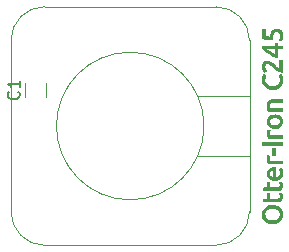
<source format=gto>
G04 #@! TF.GenerationSoftware,KiCad,Pcbnew,5.1.4+dfsg1-1*
G04 #@! TF.CreationDate,2020-04-13T00:01:02+02:00*
G04 #@! TF.ProjectId,C245_conn,43323435-5f63-46f6-9e6e-2e6b69636164,rev?*
G04 #@! TF.SameCoordinates,Original*
G04 #@! TF.FileFunction,Legend,Top*
G04 #@! TF.FilePolarity,Positive*
%FSLAX46Y46*%
G04 Gerber Fmt 4.6, Leading zero omitted, Abs format (unit mm)*
G04 Created by KiCad (PCBNEW 5.1.4+dfsg1-1) date 2020-04-13 00:01:02*
%MOMM*%
%LPD*%
G04 APERTURE LIST*
%ADD10C,0.120000*%
%ADD11C,0.010000*%
%ADD12C,0.150000*%
G04 APERTURE END LIST*
D10*
X92910000Y-98052064D02*
X92910000Y-96847936D01*
X91090000Y-98052064D02*
X91090000Y-96847936D01*
D11*
G36*
X112225778Y-102390888D02*
G01*
X112225778Y-102969444D01*
X112014111Y-102969444D01*
X112014111Y-102390888D01*
X112225778Y-102390888D01*
X112225778Y-102390888D01*
G37*
X112225778Y-102390888D02*
X112225778Y-102969444D01*
X112014111Y-102969444D01*
X112014111Y-102390888D01*
X112225778Y-102390888D01*
G36*
X112225778Y-93698444D02*
G01*
X112225778Y-93500888D01*
X112409222Y-93500888D01*
X112409222Y-93698444D01*
X112818445Y-93698444D01*
X112818445Y-93910111D01*
X112409222Y-93910111D01*
X112409222Y-94629777D01*
X112329364Y-94629777D01*
X112292963Y-94628327D01*
X112259130Y-94622495D01*
X112225778Y-94611455D01*
X112225778Y-94418517D01*
X112225778Y-93910111D01*
X111841250Y-93910618D01*
X111456722Y-93911126D01*
X111499056Y-93947186D01*
X111617590Y-94042287D01*
X111750369Y-94138823D01*
X111888867Y-94231089D01*
X112024554Y-94313381D01*
X112137584Y-94374380D01*
X112225778Y-94418517D01*
X112225778Y-94611455D01*
X112221575Y-94610063D01*
X112174010Y-94588812D01*
X112110144Y-94556524D01*
X112086080Y-94543941D01*
X111925428Y-94453685D01*
X111759611Y-94349819D01*
X111596269Y-94237634D01*
X111443041Y-94122424D01*
X111307566Y-94009480D01*
X111283861Y-93988165D01*
X111195667Y-93907743D01*
X111195667Y-93698444D01*
X112225778Y-93698444D01*
X112225778Y-93698444D01*
G37*
X112225778Y-93698444D02*
X112225778Y-93500888D01*
X112409222Y-93500888D01*
X112409222Y-93698444D01*
X112818445Y-93698444D01*
X112818445Y-93910111D01*
X112409222Y-93910111D01*
X112409222Y-94629777D01*
X112329364Y-94629777D01*
X112292963Y-94628327D01*
X112259130Y-94622495D01*
X112225778Y-94611455D01*
X112225778Y-94418517D01*
X112225778Y-93910111D01*
X111841250Y-93910618D01*
X111456722Y-93911126D01*
X111499056Y-93947186D01*
X111617590Y-94042287D01*
X111750369Y-94138823D01*
X111888867Y-94231089D01*
X112024554Y-94313381D01*
X112137584Y-94374380D01*
X112225778Y-94418517D01*
X112225778Y-94611455D01*
X112221575Y-94610063D01*
X112174010Y-94588812D01*
X112110144Y-94556524D01*
X112086080Y-94543941D01*
X111925428Y-94453685D01*
X111759611Y-94349819D01*
X111596269Y-94237634D01*
X111443041Y-94122424D01*
X111307566Y-94009480D01*
X111283861Y-93988165D01*
X111195667Y-93907743D01*
X111195667Y-93698444D01*
X112225778Y-93698444D01*
G36*
X111156880Y-95403938D02*
G01*
X111173798Y-95296271D01*
X111205819Y-95196371D01*
X111251550Y-95112073D01*
X111266224Y-95092813D01*
X111330845Y-95035040D01*
X111413704Y-94991946D01*
X111507916Y-94965349D01*
X111606599Y-94957063D01*
X111702870Y-94968907D01*
X111719260Y-94973272D01*
X111789239Y-94999803D01*
X111863523Y-95040781D01*
X111945026Y-95098288D01*
X112036666Y-95174407D01*
X112141357Y-95271220D01*
X112154973Y-95284363D01*
X112259082Y-95383901D01*
X112346507Y-95464400D01*
X112419468Y-95527778D01*
X112480186Y-95575953D01*
X112530880Y-95610842D01*
X112537888Y-95615126D01*
X112566219Y-95632148D01*
X112588431Y-95643475D01*
X112605269Y-95646480D01*
X112617474Y-95638537D01*
X112625790Y-95617020D01*
X112630959Y-95579302D01*
X112633725Y-95522756D01*
X112634831Y-95444757D01*
X112635019Y-95342679D01*
X112635000Y-95271833D01*
X112635000Y-94897888D01*
X112818445Y-94897888D01*
X112818445Y-95889378D01*
X112712176Y-95882558D01*
X112652112Y-95876553D01*
X112600688Y-95865091D01*
X112546611Y-95844880D01*
X112487520Y-95817074D01*
X112447563Y-95796202D01*
X112409841Y-95773563D01*
X112370786Y-95746295D01*
X112326829Y-95711536D01*
X112274402Y-95666424D01*
X112209934Y-95608095D01*
X112129858Y-95533688D01*
X112104290Y-95509710D01*
X112009007Y-95421106D01*
X111930460Y-95350570D01*
X111865545Y-95296104D01*
X111811157Y-95255705D01*
X111764191Y-95227374D01*
X111721543Y-95209109D01*
X111680107Y-95198910D01*
X111636779Y-95194776D01*
X111614910Y-95194360D01*
X111525423Y-95205297D01*
X111452874Y-95238141D01*
X111398177Y-95292449D01*
X111391117Y-95303144D01*
X111373488Y-95336497D01*
X111363379Y-95372000D01*
X111358938Y-95419010D01*
X111358217Y-95469388D01*
X111360010Y-95533104D01*
X111366646Y-95580220D01*
X111380565Y-95622257D01*
X111398539Y-95659888D01*
X111426528Y-95708992D01*
X111456258Y-95753377D01*
X111473879Y-95775146D01*
X111509170Y-95812792D01*
X111429741Y-95865529D01*
X111350313Y-95918267D01*
X111316635Y-95886628D01*
X111282650Y-95844940D01*
X111246094Y-95784147D01*
X111211255Y-95712520D01*
X111182418Y-95638332D01*
X111173937Y-95611230D01*
X111156462Y-95511536D01*
X111156880Y-95403938D01*
X111156880Y-95403938D01*
G37*
X111156880Y-95403938D02*
X111173798Y-95296271D01*
X111205819Y-95196371D01*
X111251550Y-95112073D01*
X111266224Y-95092813D01*
X111330845Y-95035040D01*
X111413704Y-94991946D01*
X111507916Y-94965349D01*
X111606599Y-94957063D01*
X111702870Y-94968907D01*
X111719260Y-94973272D01*
X111789239Y-94999803D01*
X111863523Y-95040781D01*
X111945026Y-95098288D01*
X112036666Y-95174407D01*
X112141357Y-95271220D01*
X112154973Y-95284363D01*
X112259082Y-95383901D01*
X112346507Y-95464400D01*
X112419468Y-95527778D01*
X112480186Y-95575953D01*
X112530880Y-95610842D01*
X112537888Y-95615126D01*
X112566219Y-95632148D01*
X112588431Y-95643475D01*
X112605269Y-95646480D01*
X112617474Y-95638537D01*
X112625790Y-95617020D01*
X112630959Y-95579302D01*
X112633725Y-95522756D01*
X112634831Y-95444757D01*
X112635019Y-95342679D01*
X112635000Y-95271833D01*
X112635000Y-94897888D01*
X112818445Y-94897888D01*
X112818445Y-95889378D01*
X112712176Y-95882558D01*
X112652112Y-95876553D01*
X112600688Y-95865091D01*
X112546611Y-95844880D01*
X112487520Y-95817074D01*
X112447563Y-95796202D01*
X112409841Y-95773563D01*
X112370786Y-95746295D01*
X112326829Y-95711536D01*
X112274402Y-95666424D01*
X112209934Y-95608095D01*
X112129858Y-95533688D01*
X112104290Y-95509710D01*
X112009007Y-95421106D01*
X111930460Y-95350570D01*
X111865545Y-95296104D01*
X111811157Y-95255705D01*
X111764191Y-95227374D01*
X111721543Y-95209109D01*
X111680107Y-95198910D01*
X111636779Y-95194776D01*
X111614910Y-95194360D01*
X111525423Y-95205297D01*
X111452874Y-95238141D01*
X111398177Y-95292449D01*
X111391117Y-95303144D01*
X111373488Y-95336497D01*
X111363379Y-95372000D01*
X111358938Y-95419010D01*
X111358217Y-95469388D01*
X111360010Y-95533104D01*
X111366646Y-95580220D01*
X111380565Y-95622257D01*
X111398539Y-95659888D01*
X111426528Y-95708992D01*
X111456258Y-95753377D01*
X111473879Y-95775146D01*
X111509170Y-95812792D01*
X111429741Y-95865529D01*
X111350313Y-95918267D01*
X111316635Y-95886628D01*
X111282650Y-95844940D01*
X111246094Y-95784147D01*
X111211255Y-95712520D01*
X111182418Y-95638332D01*
X111173937Y-95611230D01*
X111156462Y-95511536D01*
X111156880Y-95403938D01*
G36*
X111579137Y-98716138D02*
G01*
X111582741Y-98640596D01*
X111588460Y-98585087D01*
X111597746Y-98541429D01*
X111612052Y-98501441D01*
X111620679Y-98482111D01*
X111678223Y-98390003D01*
X111754929Y-98316913D01*
X111844621Y-98267120D01*
X111867731Y-98258442D01*
X111891175Y-98251487D01*
X111918385Y-98246018D01*
X111952791Y-98241800D01*
X111997825Y-98238598D01*
X112056916Y-98236176D01*
X112133496Y-98234299D01*
X112230996Y-98232731D01*
X112352847Y-98231238D01*
X112370417Y-98231040D01*
X112818445Y-98226010D01*
X112818445Y-98439777D01*
X112476250Y-98440057D01*
X112324813Y-98441112D01*
X112198854Y-98444391D01*
X112095676Y-98450470D01*
X112012583Y-98459925D01*
X111946878Y-98473332D01*
X111895865Y-98491267D01*
X111856848Y-98514306D01*
X111827130Y-98543024D01*
X111804014Y-98577998D01*
X111800677Y-98584353D01*
X111785576Y-98619158D01*
X111776547Y-98656410D01*
X111772337Y-98704473D01*
X111771693Y-98771713D01*
X111771750Y-98777421D01*
X111773299Y-98840852D01*
X111776227Y-98897706D01*
X111780016Y-98939164D01*
X111781884Y-98950535D01*
X111790576Y-98990111D01*
X112818445Y-98990111D01*
X112818445Y-99215888D01*
X111635450Y-99215888D01*
X111620243Y-99144979D01*
X111594482Y-99004825D01*
X111580910Y-98876702D01*
X111578297Y-98747809D01*
X111579137Y-98716138D01*
X111579137Y-98716138D01*
G37*
X111579137Y-98716138D02*
X111582741Y-98640596D01*
X111588460Y-98585087D01*
X111597746Y-98541429D01*
X111612052Y-98501441D01*
X111620679Y-98482111D01*
X111678223Y-98390003D01*
X111754929Y-98316913D01*
X111844621Y-98267120D01*
X111867731Y-98258442D01*
X111891175Y-98251487D01*
X111918385Y-98246018D01*
X111952791Y-98241800D01*
X111997825Y-98238598D01*
X112056916Y-98236176D01*
X112133496Y-98234299D01*
X112230996Y-98232731D01*
X112352847Y-98231238D01*
X112370417Y-98231040D01*
X112818445Y-98226010D01*
X112818445Y-98439777D01*
X112476250Y-98440057D01*
X112324813Y-98441112D01*
X112198854Y-98444391D01*
X112095676Y-98450470D01*
X112012583Y-98459925D01*
X111946878Y-98473332D01*
X111895865Y-98491267D01*
X111856848Y-98514306D01*
X111827130Y-98543024D01*
X111804014Y-98577998D01*
X111800677Y-98584353D01*
X111785576Y-98619158D01*
X111776547Y-98656410D01*
X111772337Y-98704473D01*
X111771693Y-98771713D01*
X111771750Y-98777421D01*
X111773299Y-98840852D01*
X111776227Y-98897706D01*
X111780016Y-98939164D01*
X111781884Y-98950535D01*
X111790576Y-98990111D01*
X112818445Y-98990111D01*
X112818445Y-99215888D01*
X111635450Y-99215888D01*
X111620243Y-99144979D01*
X111594482Y-99004825D01*
X111580910Y-98876702D01*
X111578297Y-98747809D01*
X111579137Y-98716138D01*
G36*
X111581207Y-100977512D02*
G01*
X111592789Y-100890096D01*
X111603959Y-100843647D01*
X111615199Y-100820430D01*
X111629071Y-100815566D01*
X111631594Y-100816133D01*
X111660707Y-100822980D01*
X111700687Y-100831054D01*
X111703667Y-100831611D01*
X111757569Y-100842696D01*
X111787455Y-100851993D01*
X111797340Y-100860989D01*
X111796044Y-100865829D01*
X111790702Y-100884298D01*
X111782911Y-100922829D01*
X111774241Y-100973551D01*
X111773153Y-100980489D01*
X111764682Y-101058428D01*
X111766639Y-101129220D01*
X111774699Y-101187176D01*
X111792326Y-101290222D01*
X112818445Y-101290222D01*
X112818445Y-101501888D01*
X111649411Y-101501888D01*
X111634097Y-101455488D01*
X111605559Y-101345298D01*
X111586748Y-101222293D01*
X111578389Y-101096392D01*
X111581207Y-100977512D01*
X111581207Y-100977512D01*
G37*
X111581207Y-100977512D02*
X111592789Y-100890096D01*
X111603959Y-100843647D01*
X111615199Y-100820430D01*
X111629071Y-100815566D01*
X111631594Y-100816133D01*
X111660707Y-100822980D01*
X111700687Y-100831054D01*
X111703667Y-100831611D01*
X111757569Y-100842696D01*
X111787455Y-100851993D01*
X111797340Y-100860989D01*
X111796044Y-100865829D01*
X111790702Y-100884298D01*
X111782911Y-100922829D01*
X111774241Y-100973551D01*
X111773153Y-100980489D01*
X111764682Y-101058428D01*
X111766639Y-101129220D01*
X111774699Y-101187176D01*
X111792326Y-101290222D01*
X112818445Y-101290222D01*
X112818445Y-101501888D01*
X111649411Y-101501888D01*
X111634097Y-101455488D01*
X111605559Y-101345298D01*
X111586748Y-101222293D01*
X111578389Y-101096392D01*
X111581207Y-100977512D01*
G36*
X112818445Y-101897000D02*
G01*
X112818445Y-102122777D01*
X111195667Y-102122777D01*
X111195667Y-101897000D01*
X112818445Y-101897000D01*
X112818445Y-101897000D01*
G37*
X112818445Y-101897000D02*
X112818445Y-102122777D01*
X111195667Y-102122777D01*
X111195667Y-101897000D01*
X112818445Y-101897000D01*
G36*
X111578630Y-103193610D02*
G01*
X111583877Y-103131777D01*
X111591448Y-103073613D01*
X111600382Y-103025454D01*
X111609717Y-102993634D01*
X111617420Y-102984171D01*
X111649812Y-102988864D01*
X111691916Y-102997899D01*
X111734996Y-103008980D01*
X111770319Y-103019807D01*
X111789150Y-103028085D01*
X111790277Y-103029638D01*
X111788341Y-103047990D01*
X111782741Y-103086171D01*
X111774654Y-103136207D01*
X111773953Y-103140375D01*
X111765249Y-103209962D01*
X111765277Y-103274405D01*
X111774072Y-103349464D01*
X111774438Y-103351832D01*
X111791784Y-103463333D01*
X112818445Y-103463333D01*
X112818445Y-103675000D01*
X111649411Y-103675000D01*
X111634097Y-103628599D01*
X111613413Y-103551153D01*
X111595749Y-103457662D01*
X111582963Y-103360282D01*
X111576911Y-103271166D01*
X111576667Y-103252778D01*
X111578630Y-103193610D01*
X111578630Y-103193610D01*
G37*
X111578630Y-103193610D02*
X111583877Y-103131777D01*
X111591448Y-103073613D01*
X111600382Y-103025454D01*
X111609717Y-102993634D01*
X111617420Y-102984171D01*
X111649812Y-102988864D01*
X111691916Y-102997899D01*
X111734996Y-103008980D01*
X111770319Y-103019807D01*
X111789150Y-103028085D01*
X111790277Y-103029638D01*
X111788341Y-103047990D01*
X111782741Y-103086171D01*
X111774654Y-103136207D01*
X111773953Y-103140375D01*
X111765249Y-103209962D01*
X111765277Y-103274405D01*
X111774072Y-103349464D01*
X111774438Y-103351832D01*
X111791784Y-103463333D01*
X112818445Y-103463333D01*
X112818445Y-103675000D01*
X111649411Y-103675000D01*
X111634097Y-103628599D01*
X111613413Y-103551153D01*
X111595749Y-103457662D01*
X111582963Y-103360282D01*
X111576911Y-103271166D01*
X111576667Y-103252778D01*
X111578630Y-103193610D01*
G36*
X111577593Y-104416405D02*
G01*
X111606036Y-104301596D01*
X111656054Y-104204779D01*
X111727234Y-104126250D01*
X111819165Y-104066306D01*
X111931435Y-104025244D01*
X112063633Y-104003361D01*
X112155917Y-103999555D01*
X112268111Y-103999555D01*
X112268111Y-104415833D01*
X112267901Y-104538061D01*
X112267864Y-104634776D01*
X112268893Y-104708678D01*
X112271877Y-104762466D01*
X112277708Y-104798842D01*
X112287278Y-104820505D01*
X112301478Y-104830154D01*
X112321199Y-104830491D01*
X112347331Y-104824214D01*
X112380768Y-104814025D01*
X112397898Y-104809033D01*
X112483848Y-104772586D01*
X112557084Y-104717323D01*
X112611687Y-104648321D01*
X112630404Y-104609602D01*
X112644755Y-104552378D01*
X112653105Y-104476863D01*
X112655475Y-104392339D01*
X112651885Y-104308089D01*
X112642357Y-104233393D01*
X112629467Y-104183979D01*
X112617876Y-104145144D01*
X112614852Y-104117600D01*
X112617088Y-104111099D01*
X112636153Y-104103817D01*
X112673889Y-104095940D01*
X112707280Y-104091080D01*
X112786615Y-104081421D01*
X112811504Y-104149849D01*
X112824167Y-104196621D01*
X112833195Y-104259392D01*
X112839120Y-104342764D01*
X112841522Y-104408777D01*
X112843095Y-104491610D01*
X112842264Y-104553246D01*
X112838445Y-104600650D01*
X112831052Y-104640789D01*
X112819500Y-104680630D01*
X112818401Y-104683944D01*
X112767766Y-104794465D01*
X112696286Y-104886452D01*
X112604881Y-104959344D01*
X112494467Y-105012579D01*
X112365961Y-105045593D01*
X112220280Y-105057825D01*
X112208318Y-105057888D01*
X112067615Y-105046645D01*
X112062897Y-105045435D01*
X112062897Y-104823834D01*
X112087724Y-104822784D01*
X112088195Y-104822525D01*
X112091349Y-104807196D01*
X112094129Y-104767890D01*
X112096385Y-104708851D01*
X112097969Y-104634324D01*
X112098732Y-104548553D01*
X112098778Y-104520833D01*
X112098778Y-104225333D01*
X112054554Y-104225333D01*
X111976946Y-104236406D01*
X111902207Y-104266671D01*
X111837754Y-104311700D01*
X111791001Y-104367061D01*
X111779525Y-104389630D01*
X111759614Y-104471763D01*
X111763832Y-104557271D01*
X111790178Y-104639174D01*
X111836654Y-104710493D01*
X111883571Y-104752875D01*
X111923790Y-104776233D01*
X111972622Y-104797731D01*
X112021760Y-104814540D01*
X112062897Y-104823834D01*
X112062897Y-105045435D01*
X111940852Y-105014114D01*
X111829800Y-104962093D01*
X111736226Y-104892382D01*
X111661897Y-104806778D01*
X111608583Y-104707079D01*
X111578052Y-104595085D01*
X111572072Y-104472593D01*
X111577593Y-104416405D01*
X111577593Y-104416405D01*
G37*
X111577593Y-104416405D02*
X111606036Y-104301596D01*
X111656054Y-104204779D01*
X111727234Y-104126250D01*
X111819165Y-104066306D01*
X111931435Y-104025244D01*
X112063633Y-104003361D01*
X112155917Y-103999555D01*
X112268111Y-103999555D01*
X112268111Y-104415833D01*
X112267901Y-104538061D01*
X112267864Y-104634776D01*
X112268893Y-104708678D01*
X112271877Y-104762466D01*
X112277708Y-104798842D01*
X112287278Y-104820505D01*
X112301478Y-104830154D01*
X112321199Y-104830491D01*
X112347331Y-104824214D01*
X112380768Y-104814025D01*
X112397898Y-104809033D01*
X112483848Y-104772586D01*
X112557084Y-104717323D01*
X112611687Y-104648321D01*
X112630404Y-104609602D01*
X112644755Y-104552378D01*
X112653105Y-104476863D01*
X112655475Y-104392339D01*
X112651885Y-104308089D01*
X112642357Y-104233393D01*
X112629467Y-104183979D01*
X112617876Y-104145144D01*
X112614852Y-104117600D01*
X112617088Y-104111099D01*
X112636153Y-104103817D01*
X112673889Y-104095940D01*
X112707280Y-104091080D01*
X112786615Y-104081421D01*
X112811504Y-104149849D01*
X112824167Y-104196621D01*
X112833195Y-104259392D01*
X112839120Y-104342764D01*
X112841522Y-104408777D01*
X112843095Y-104491610D01*
X112842264Y-104553246D01*
X112838445Y-104600650D01*
X112831052Y-104640789D01*
X112819500Y-104680630D01*
X112818401Y-104683944D01*
X112767766Y-104794465D01*
X112696286Y-104886452D01*
X112604881Y-104959344D01*
X112494467Y-105012579D01*
X112365961Y-105045593D01*
X112220280Y-105057825D01*
X112208318Y-105057888D01*
X112067615Y-105046645D01*
X112062897Y-105045435D01*
X112062897Y-104823834D01*
X112087724Y-104822784D01*
X112088195Y-104822525D01*
X112091349Y-104807196D01*
X112094129Y-104767890D01*
X112096385Y-104708851D01*
X112097969Y-104634324D01*
X112098732Y-104548553D01*
X112098778Y-104520833D01*
X112098778Y-104225333D01*
X112054554Y-104225333D01*
X111976946Y-104236406D01*
X111902207Y-104266671D01*
X111837754Y-104311700D01*
X111791001Y-104367061D01*
X111779525Y-104389630D01*
X111759614Y-104471763D01*
X111763832Y-104557271D01*
X111790178Y-104639174D01*
X111836654Y-104710493D01*
X111883571Y-104752875D01*
X111923790Y-104776233D01*
X111972622Y-104797731D01*
X112021760Y-104814540D01*
X112062897Y-104823834D01*
X112062897Y-105045435D01*
X111940852Y-105014114D01*
X111829800Y-104962093D01*
X111736226Y-104892382D01*
X111661897Y-104806778D01*
X111608583Y-104707079D01*
X111578052Y-104595085D01*
X111572072Y-104472593D01*
X111577593Y-104416405D01*
G36*
X111237823Y-105715110D02*
G01*
X111279054Y-105710319D01*
X111346722Y-105707616D01*
X111414389Y-105707000D01*
X111604889Y-105707000D01*
X111604889Y-105239986D01*
X111693084Y-105244187D01*
X111781278Y-105248388D01*
X111785155Y-105477694D01*
X111789033Y-105707000D01*
X112137933Y-105706690D01*
X112248277Y-105706401D01*
X112334265Y-105705583D01*
X112399761Y-105703981D01*
X112448630Y-105701337D01*
X112484735Y-105697396D01*
X112511942Y-105691901D01*
X112534114Y-105684596D01*
X112545706Y-105679650D01*
X112595861Y-105651025D01*
X112628379Y-105615589D01*
X112646361Y-105567261D01*
X112652909Y-105499961D01*
X112653056Y-105469178D01*
X112648694Y-105397316D01*
X112638292Y-105336666D01*
X112629309Y-105308814D01*
X112615136Y-105274504D01*
X112607315Y-105253031D01*
X112606778Y-105250517D01*
X112619151Y-105244118D01*
X112650702Y-105234279D01*
X112673806Y-105228259D01*
X112718368Y-105217099D01*
X112754002Y-105207760D01*
X112764039Y-105204939D01*
X112783434Y-105212272D01*
X112801216Y-105242836D01*
X112816747Y-105291655D01*
X112829390Y-105353753D01*
X112838509Y-105424156D01*
X112843464Y-105497888D01*
X112843618Y-105569974D01*
X112838335Y-105635439D01*
X112826976Y-105689308D01*
X112826351Y-105691259D01*
X112791096Y-105760578D01*
X112735642Y-105824289D01*
X112667829Y-105873567D01*
X112661399Y-105876987D01*
X112632809Y-105889893D01*
X112599681Y-105900696D01*
X112559408Y-105909572D01*
X112509383Y-105916699D01*
X112447000Y-105922254D01*
X112369654Y-105926416D01*
X112274737Y-105929360D01*
X112159643Y-105931265D01*
X112021766Y-105932308D01*
X111858500Y-105932666D01*
X111843318Y-105932671D01*
X111256247Y-105932777D01*
X111240068Y-105834809D01*
X111231992Y-105783903D01*
X111226193Y-105743523D01*
X111223891Y-105722185D01*
X111223889Y-105721920D01*
X111237823Y-105715110D01*
X111237823Y-105715110D01*
G37*
X111237823Y-105715110D02*
X111279054Y-105710319D01*
X111346722Y-105707616D01*
X111414389Y-105707000D01*
X111604889Y-105707000D01*
X111604889Y-105239986D01*
X111693084Y-105244187D01*
X111781278Y-105248388D01*
X111785155Y-105477694D01*
X111789033Y-105707000D01*
X112137933Y-105706690D01*
X112248277Y-105706401D01*
X112334265Y-105705583D01*
X112399761Y-105703981D01*
X112448630Y-105701337D01*
X112484735Y-105697396D01*
X112511942Y-105691901D01*
X112534114Y-105684596D01*
X112545706Y-105679650D01*
X112595861Y-105651025D01*
X112628379Y-105615589D01*
X112646361Y-105567261D01*
X112652909Y-105499961D01*
X112653056Y-105469178D01*
X112648694Y-105397316D01*
X112638292Y-105336666D01*
X112629309Y-105308814D01*
X112615136Y-105274504D01*
X112607315Y-105253031D01*
X112606778Y-105250517D01*
X112619151Y-105244118D01*
X112650702Y-105234279D01*
X112673806Y-105228259D01*
X112718368Y-105217099D01*
X112754002Y-105207760D01*
X112764039Y-105204939D01*
X112783434Y-105212272D01*
X112801216Y-105242836D01*
X112816747Y-105291655D01*
X112829390Y-105353753D01*
X112838509Y-105424156D01*
X112843464Y-105497888D01*
X112843618Y-105569974D01*
X112838335Y-105635439D01*
X112826976Y-105689308D01*
X112826351Y-105691259D01*
X112791096Y-105760578D01*
X112735642Y-105824289D01*
X112667829Y-105873567D01*
X112661399Y-105876987D01*
X112632809Y-105889893D01*
X112599681Y-105900696D01*
X112559408Y-105909572D01*
X112509383Y-105916699D01*
X112447000Y-105922254D01*
X112369654Y-105926416D01*
X112274737Y-105929360D01*
X112159643Y-105931265D01*
X112021766Y-105932308D01*
X111858500Y-105932666D01*
X111843318Y-105932671D01*
X111256247Y-105932777D01*
X111240068Y-105834809D01*
X111231992Y-105783903D01*
X111226193Y-105743523D01*
X111223891Y-105722185D01*
X111223889Y-105721920D01*
X111237823Y-105715110D01*
G36*
X111237823Y-106660554D02*
G01*
X111279054Y-106655764D01*
X111346722Y-106653061D01*
X111414389Y-106652444D01*
X111604889Y-106652444D01*
X111604889Y-106200888D01*
X111788334Y-106200888D01*
X111788334Y-106653780D01*
X112151695Y-106649584D01*
X112271352Y-106647955D01*
X112366250Y-106645728D01*
X112439851Y-106642282D01*
X112495619Y-106636995D01*
X112537016Y-106629245D01*
X112567506Y-106618411D01*
X112590551Y-106603871D01*
X112609615Y-106585002D01*
X112625738Y-106564470D01*
X112641074Y-106537985D01*
X112649648Y-106504998D01*
X112652977Y-106457290D01*
X112653067Y-106416303D01*
X112648688Y-106342960D01*
X112638210Y-106281753D01*
X112629309Y-106254258D01*
X112615136Y-106219948D01*
X112607315Y-106198475D01*
X112606778Y-106195961D01*
X112619151Y-106189563D01*
X112650702Y-106179724D01*
X112673806Y-106173703D01*
X112718368Y-106162544D01*
X112754002Y-106153205D01*
X112764039Y-106150383D01*
X112783545Y-106157675D01*
X112801373Y-106188216D01*
X112816895Y-106237052D01*
X112829483Y-106299230D01*
X112838510Y-106369796D01*
X112843349Y-106443796D01*
X112843371Y-106516277D01*
X112837950Y-106582286D01*
X112826458Y-106636867D01*
X112825888Y-106638666D01*
X112786028Y-106718047D01*
X112723257Y-106782337D01*
X112639244Y-106830307D01*
X112535662Y-106860729D01*
X112520288Y-106863422D01*
X112484987Y-106866811D01*
X112424651Y-106869886D01*
X112342466Y-106872576D01*
X112241618Y-106874812D01*
X112125293Y-106876526D01*
X111996677Y-106877647D01*
X111858955Y-106878108D01*
X111843318Y-106878115D01*
X111256247Y-106878222D01*
X111240068Y-106780254D01*
X111231992Y-106729347D01*
X111226193Y-106688968D01*
X111223891Y-106667629D01*
X111223889Y-106667365D01*
X111237823Y-106660554D01*
X111237823Y-106660554D01*
G37*
X111237823Y-106660554D02*
X111279054Y-106655764D01*
X111346722Y-106653061D01*
X111414389Y-106652444D01*
X111604889Y-106652444D01*
X111604889Y-106200888D01*
X111788334Y-106200888D01*
X111788334Y-106653780D01*
X112151695Y-106649584D01*
X112271352Y-106647955D01*
X112366250Y-106645728D01*
X112439851Y-106642282D01*
X112495619Y-106636995D01*
X112537016Y-106629245D01*
X112567506Y-106618411D01*
X112590551Y-106603871D01*
X112609615Y-106585002D01*
X112625738Y-106564470D01*
X112641074Y-106537985D01*
X112649648Y-106504998D01*
X112652977Y-106457290D01*
X112653067Y-106416303D01*
X112648688Y-106342960D01*
X112638210Y-106281753D01*
X112629309Y-106254258D01*
X112615136Y-106219948D01*
X112607315Y-106198475D01*
X112606778Y-106195961D01*
X112619151Y-106189563D01*
X112650702Y-106179724D01*
X112673806Y-106173703D01*
X112718368Y-106162544D01*
X112754002Y-106153205D01*
X112764039Y-106150383D01*
X112783545Y-106157675D01*
X112801373Y-106188216D01*
X112816895Y-106237052D01*
X112829483Y-106299230D01*
X112838510Y-106369796D01*
X112843349Y-106443796D01*
X112843371Y-106516277D01*
X112837950Y-106582286D01*
X112826458Y-106636867D01*
X112825888Y-106638666D01*
X112786028Y-106718047D01*
X112723257Y-106782337D01*
X112639244Y-106830307D01*
X112535662Y-106860729D01*
X112520288Y-106863422D01*
X112484987Y-106866811D01*
X112424651Y-106869886D01*
X112342466Y-106872576D01*
X112241618Y-106874812D01*
X112125293Y-106876526D01*
X111996677Y-106877647D01*
X111858955Y-106878108D01*
X111843318Y-106878115D01*
X111256247Y-106878222D01*
X111240068Y-106780254D01*
X111231992Y-106729347D01*
X111226193Y-106688968D01*
X111223891Y-106667629D01*
X111223889Y-106667365D01*
X111237823Y-106660554D01*
G36*
X111379111Y-92301444D02*
G01*
X111379111Y-92597777D01*
X111379507Y-92701802D01*
X111380804Y-92780364D01*
X111383164Y-92836213D01*
X111386752Y-92872099D01*
X111391729Y-92890771D01*
X111396750Y-92895159D01*
X111416572Y-92896661D01*
X111458939Y-92900070D01*
X111518275Y-92904931D01*
X111589001Y-92910789D01*
X111615458Y-92912995D01*
X111816527Y-92929782D01*
X111822306Y-92887252D01*
X111839911Y-92768517D01*
X111857940Y-92673223D01*
X111878043Y-92596617D01*
X111901871Y-92533946D01*
X111931074Y-92480454D01*
X111967304Y-92431390D01*
X111989355Y-92406172D01*
X112072882Y-92331040D01*
X112164969Y-92281105D01*
X112270627Y-92253944D01*
X112314382Y-92249166D01*
X112437458Y-92252170D01*
X112547826Y-92279859D01*
X112643946Y-92331000D01*
X112724278Y-92404359D01*
X112787280Y-92498703D01*
X112831413Y-92612797D01*
X112845484Y-92674452D01*
X112854060Y-92743176D01*
X112858203Y-92823671D01*
X112857689Y-92903443D01*
X112852296Y-92970001D01*
X112850933Y-92978777D01*
X112842372Y-93020424D01*
X112829663Y-93072294D01*
X112814851Y-93127182D01*
X112799982Y-93177883D01*
X112787100Y-93217194D01*
X112778249Y-93237908D01*
X112777001Y-93239283D01*
X112759026Y-93239489D01*
X112723479Y-93234088D01*
X112679938Y-93225171D01*
X112637985Y-93214826D01*
X112607199Y-93205144D01*
X112597694Y-93200175D01*
X112598256Y-93183979D01*
X112607478Y-93149552D01*
X112621180Y-93110279D01*
X112645450Y-93022709D01*
X112658930Y-92922162D01*
X112661060Y-92819667D01*
X112651277Y-92726249D01*
X112642602Y-92689290D01*
X112604722Y-92602907D01*
X112548635Y-92537367D01*
X112476694Y-92494206D01*
X112391250Y-92474961D01*
X112318151Y-92477351D01*
X112236347Y-92497506D01*
X112168798Y-92535510D01*
X112114161Y-92593237D01*
X112071094Y-92672561D01*
X112038255Y-92775357D01*
X112014630Y-92901166D01*
X112007114Y-92965117D01*
X112001900Y-93030757D01*
X112000280Y-93074667D01*
X112000000Y-93149390D01*
X111954139Y-93141813D01*
X111907461Y-93135660D01*
X111838323Y-93128586D01*
X111752453Y-93121045D01*
X111655580Y-93113495D01*
X111553433Y-93106390D01*
X111451740Y-93100187D01*
X111389695Y-93096908D01*
X111195667Y-93087373D01*
X111195667Y-92301444D01*
X111379111Y-92301444D01*
X111379111Y-92301444D01*
G37*
X111379111Y-92301444D02*
X111379111Y-92597777D01*
X111379507Y-92701802D01*
X111380804Y-92780364D01*
X111383164Y-92836213D01*
X111386752Y-92872099D01*
X111391729Y-92890771D01*
X111396750Y-92895159D01*
X111416572Y-92896661D01*
X111458939Y-92900070D01*
X111518275Y-92904931D01*
X111589001Y-92910789D01*
X111615458Y-92912995D01*
X111816527Y-92929782D01*
X111822306Y-92887252D01*
X111839911Y-92768517D01*
X111857940Y-92673223D01*
X111878043Y-92596617D01*
X111901871Y-92533946D01*
X111931074Y-92480454D01*
X111967304Y-92431390D01*
X111989355Y-92406172D01*
X112072882Y-92331040D01*
X112164969Y-92281105D01*
X112270627Y-92253944D01*
X112314382Y-92249166D01*
X112437458Y-92252170D01*
X112547826Y-92279859D01*
X112643946Y-92331000D01*
X112724278Y-92404359D01*
X112787280Y-92498703D01*
X112831413Y-92612797D01*
X112845484Y-92674452D01*
X112854060Y-92743176D01*
X112858203Y-92823671D01*
X112857689Y-92903443D01*
X112852296Y-92970001D01*
X112850933Y-92978777D01*
X112842372Y-93020424D01*
X112829663Y-93072294D01*
X112814851Y-93127182D01*
X112799982Y-93177883D01*
X112787100Y-93217194D01*
X112778249Y-93237908D01*
X112777001Y-93239283D01*
X112759026Y-93239489D01*
X112723479Y-93234088D01*
X112679938Y-93225171D01*
X112637985Y-93214826D01*
X112607199Y-93205144D01*
X112597694Y-93200175D01*
X112598256Y-93183979D01*
X112607478Y-93149552D01*
X112621180Y-93110279D01*
X112645450Y-93022709D01*
X112658930Y-92922162D01*
X112661060Y-92819667D01*
X112651277Y-92726249D01*
X112642602Y-92689290D01*
X112604722Y-92602907D01*
X112548635Y-92537367D01*
X112476694Y-92494206D01*
X112391250Y-92474961D01*
X112318151Y-92477351D01*
X112236347Y-92497506D01*
X112168798Y-92535510D01*
X112114161Y-92593237D01*
X112071094Y-92672561D01*
X112038255Y-92775357D01*
X112014630Y-92901166D01*
X112007114Y-92965117D01*
X112001900Y-93030757D01*
X112000280Y-93074667D01*
X112000000Y-93149390D01*
X111954139Y-93141813D01*
X111907461Y-93135660D01*
X111838323Y-93128586D01*
X111752453Y-93121045D01*
X111655580Y-93113495D01*
X111553433Y-93106390D01*
X111451740Y-93100187D01*
X111389695Y-93096908D01*
X111195667Y-93087373D01*
X111195667Y-92301444D01*
X111379111Y-92301444D01*
G36*
X111165469Y-96436605D02*
G01*
X111192550Y-96302294D01*
X111211346Y-96244656D01*
X111233810Y-96186960D01*
X111252639Y-96152220D01*
X111273844Y-96136873D01*
X111303438Y-96137353D01*
X111347435Y-96150095D01*
X111362373Y-96155111D01*
X111410830Y-96173018D01*
X111436406Y-96187287D01*
X111443641Y-96200954D01*
X111441891Y-96208292D01*
X111389262Y-96357353D01*
X111360767Y-96492410D01*
X111356324Y-96613953D01*
X111363443Y-96671718D01*
X111398041Y-96792293D01*
X111454102Y-96894565D01*
X111531769Y-96978726D01*
X111631187Y-97044967D01*
X111652637Y-97055585D01*
X111749040Y-97093785D01*
X111847734Y-97116805D01*
X111958815Y-97126699D01*
X112005824Y-97127444D01*
X112159232Y-97117387D01*
X112293435Y-97087669D01*
X112407772Y-97038969D01*
X112501578Y-96971965D01*
X112574191Y-96887337D01*
X112624948Y-96785764D01*
X112653186Y-96667924D01*
X112658242Y-96534497D01*
X112652278Y-96465426D01*
X112640755Y-96395150D01*
X112624311Y-96323362D01*
X112606102Y-96263435D01*
X112602212Y-96253270D01*
X112567769Y-96167996D01*
X112659223Y-96139749D01*
X112707117Y-96126555D01*
X112744512Y-96119195D01*
X112763205Y-96119244D01*
X112774634Y-96137585D01*
X112789618Y-96177109D01*
X112806281Y-96231304D01*
X112822751Y-96293657D01*
X112837151Y-96357657D01*
X112846255Y-96407777D01*
X112857374Y-96520381D01*
X112857953Y-96638616D01*
X112848214Y-96749696D01*
X112839450Y-96798997D01*
X112805504Y-96905739D01*
X112752569Y-97011693D01*
X112686408Y-97106506D01*
X112640939Y-97155475D01*
X112554661Y-97222558D01*
X112449786Y-97280971D01*
X112335657Y-97326032D01*
X112260651Y-97346005D01*
X112175009Y-97358604D01*
X112072984Y-97365100D01*
X111965353Y-97365479D01*
X111862892Y-97359727D01*
X111776376Y-97347828D01*
X111770755Y-97346671D01*
X111632665Y-97304323D01*
X111506683Y-97239700D01*
X111395840Y-97155438D01*
X111303165Y-97054173D01*
X111231691Y-96938539D01*
X111194214Y-96845222D01*
X111166034Y-96717436D01*
X111156542Y-96578108D01*
X111165469Y-96436605D01*
X111165469Y-96436605D01*
G37*
X111165469Y-96436605D02*
X111192550Y-96302294D01*
X111211346Y-96244656D01*
X111233810Y-96186960D01*
X111252639Y-96152220D01*
X111273844Y-96136873D01*
X111303438Y-96137353D01*
X111347435Y-96150095D01*
X111362373Y-96155111D01*
X111410830Y-96173018D01*
X111436406Y-96187287D01*
X111443641Y-96200954D01*
X111441891Y-96208292D01*
X111389262Y-96357353D01*
X111360767Y-96492410D01*
X111356324Y-96613953D01*
X111363443Y-96671718D01*
X111398041Y-96792293D01*
X111454102Y-96894565D01*
X111531769Y-96978726D01*
X111631187Y-97044967D01*
X111652637Y-97055585D01*
X111749040Y-97093785D01*
X111847734Y-97116805D01*
X111958815Y-97126699D01*
X112005824Y-97127444D01*
X112159232Y-97117387D01*
X112293435Y-97087669D01*
X112407772Y-97038969D01*
X112501578Y-96971965D01*
X112574191Y-96887337D01*
X112624948Y-96785764D01*
X112653186Y-96667924D01*
X112658242Y-96534497D01*
X112652278Y-96465426D01*
X112640755Y-96395150D01*
X112624311Y-96323362D01*
X112606102Y-96263435D01*
X112602212Y-96253270D01*
X112567769Y-96167996D01*
X112659223Y-96139749D01*
X112707117Y-96126555D01*
X112744512Y-96119195D01*
X112763205Y-96119244D01*
X112774634Y-96137585D01*
X112789618Y-96177109D01*
X112806281Y-96231304D01*
X112822751Y-96293657D01*
X112837151Y-96357657D01*
X112846255Y-96407777D01*
X112857374Y-96520381D01*
X112857953Y-96638616D01*
X112848214Y-96749696D01*
X112839450Y-96798997D01*
X112805504Y-96905739D01*
X112752569Y-97011693D01*
X112686408Y-97106506D01*
X112640939Y-97155475D01*
X112554661Y-97222558D01*
X112449786Y-97280971D01*
X112335657Y-97326032D01*
X112260651Y-97346005D01*
X112175009Y-97358604D01*
X112072984Y-97365100D01*
X111965353Y-97365479D01*
X111862892Y-97359727D01*
X111776376Y-97347828D01*
X111770755Y-97346671D01*
X111632665Y-97304323D01*
X111506683Y-97239700D01*
X111395840Y-97155438D01*
X111303165Y-97054173D01*
X111231691Y-96938539D01*
X111194214Y-96845222D01*
X111166034Y-96717436D01*
X111156542Y-96578108D01*
X111165469Y-96436605D01*
G36*
X111585949Y-99969611D02*
G01*
X111623021Y-99854067D01*
X111683638Y-99752808D01*
X111766592Y-99667441D01*
X111870677Y-99599573D01*
X111981732Y-99554686D01*
X112060347Y-99537686D01*
X112154821Y-99528241D01*
X112254158Y-99526583D01*
X112347359Y-99532942D01*
X112416278Y-99545543D01*
X112540295Y-99591604D01*
X112646195Y-99657707D01*
X112732309Y-99742083D01*
X112796967Y-99842968D01*
X112838501Y-99958595D01*
X112847162Y-100001584D01*
X112855886Y-100060829D01*
X112858608Y-100105462D01*
X112854986Y-100148504D01*
X112844679Y-100202976D01*
X112841483Y-100217777D01*
X112802474Y-100334032D01*
X112740405Y-100435423D01*
X112657110Y-100520381D01*
X112554424Y-100587336D01*
X112434182Y-100634719D01*
X112327717Y-100657318D01*
X112196664Y-100665457D01*
X112196664Y-100435215D01*
X112300087Y-100431477D01*
X112393164Y-100416195D01*
X112411381Y-100411176D01*
X112501951Y-100370854D01*
X112574279Y-100312090D01*
X112626269Y-100238625D01*
X112655821Y-100154197D01*
X112660839Y-100062548D01*
X112647116Y-99990903D01*
X112609859Y-99914733D01*
X112548048Y-99849040D01*
X112468907Y-99798869D01*
X112432076Y-99781798D01*
X112399484Y-99770461D01*
X112363815Y-99763695D01*
X112317754Y-99760341D01*
X112253987Y-99759238D01*
X112218722Y-99759166D01*
X112132177Y-99760482D01*
X112066312Y-99765600D01*
X112013659Y-99776275D01*
X111966752Y-99794265D01*
X111918122Y-99821324D01*
X111896871Y-99834849D01*
X111834940Y-99891193D01*
X111790955Y-99964620D01*
X111767116Y-100048795D01*
X111765619Y-100137382D01*
X111775140Y-100185778D01*
X111809505Y-100259667D01*
X111866296Y-100325897D01*
X111939799Y-100378984D01*
X112007056Y-100408391D01*
X112094963Y-100427492D01*
X112196664Y-100435215D01*
X112196664Y-100665457D01*
X112185175Y-100666171D01*
X112052331Y-100652310D01*
X111931341Y-100617335D01*
X111824358Y-100562844D01*
X111733538Y-100490435D01*
X111661035Y-100401708D01*
X111609003Y-100298260D01*
X111579598Y-100181691D01*
X111573630Y-100097833D01*
X111585949Y-99969611D01*
X111585949Y-99969611D01*
G37*
X111585949Y-99969611D02*
X111623021Y-99854067D01*
X111683638Y-99752808D01*
X111766592Y-99667441D01*
X111870677Y-99599573D01*
X111981732Y-99554686D01*
X112060347Y-99537686D01*
X112154821Y-99528241D01*
X112254158Y-99526583D01*
X112347359Y-99532942D01*
X112416278Y-99545543D01*
X112540295Y-99591604D01*
X112646195Y-99657707D01*
X112732309Y-99742083D01*
X112796967Y-99842968D01*
X112838501Y-99958595D01*
X112847162Y-100001584D01*
X112855886Y-100060829D01*
X112858608Y-100105462D01*
X112854986Y-100148504D01*
X112844679Y-100202976D01*
X112841483Y-100217777D01*
X112802474Y-100334032D01*
X112740405Y-100435423D01*
X112657110Y-100520381D01*
X112554424Y-100587336D01*
X112434182Y-100634719D01*
X112327717Y-100657318D01*
X112196664Y-100665457D01*
X112196664Y-100435215D01*
X112300087Y-100431477D01*
X112393164Y-100416195D01*
X112411381Y-100411176D01*
X112501951Y-100370854D01*
X112574279Y-100312090D01*
X112626269Y-100238625D01*
X112655821Y-100154197D01*
X112660839Y-100062548D01*
X112647116Y-99990903D01*
X112609859Y-99914733D01*
X112548048Y-99849040D01*
X112468907Y-99798869D01*
X112432076Y-99781798D01*
X112399484Y-99770461D01*
X112363815Y-99763695D01*
X112317754Y-99760341D01*
X112253987Y-99759238D01*
X112218722Y-99759166D01*
X112132177Y-99760482D01*
X112066312Y-99765600D01*
X112013659Y-99776275D01*
X111966752Y-99794265D01*
X111918122Y-99821324D01*
X111896871Y-99834849D01*
X111834940Y-99891193D01*
X111790955Y-99964620D01*
X111767116Y-100048795D01*
X111765619Y-100137382D01*
X111775140Y-100185778D01*
X111809505Y-100259667D01*
X111866296Y-100325897D01*
X111939799Y-100378984D01*
X112007056Y-100408391D01*
X112094963Y-100427492D01*
X112196664Y-100435215D01*
X112196664Y-100665457D01*
X112185175Y-100666171D01*
X112052331Y-100652310D01*
X111931341Y-100617335D01*
X111824358Y-100562844D01*
X111733538Y-100490435D01*
X111661035Y-100401708D01*
X111609003Y-100298260D01*
X111579598Y-100181691D01*
X111573630Y-100097833D01*
X111585949Y-99969611D01*
G36*
X111158170Y-107908333D02*
G01*
X111178720Y-107762983D01*
X111221504Y-107633713D01*
X111287705Y-107517805D01*
X111370474Y-107420472D01*
X111480598Y-107329803D01*
X111607216Y-107261658D01*
X111750599Y-107215937D01*
X111911021Y-107192543D01*
X112007056Y-107189156D01*
X112177007Y-107200259D01*
X112329771Y-107233633D01*
X112465617Y-107289376D01*
X112584820Y-107367589D01*
X112643637Y-107420472D01*
X112706395Y-107489505D01*
X112754480Y-107559034D01*
X112794101Y-107639185D01*
X112821204Y-107710099D01*
X112839930Y-107784988D01*
X112851584Y-107876790D01*
X112855694Y-107974979D01*
X112851785Y-108069026D01*
X112840679Y-108142937D01*
X112795444Y-108282879D01*
X112727705Y-108405876D01*
X112637780Y-108511585D01*
X112525986Y-108599663D01*
X112392643Y-108669766D01*
X112329960Y-108693881D01*
X112283905Y-108709145D01*
X112243724Y-108719790D01*
X112202567Y-108726636D01*
X112153581Y-108730505D01*
X112089916Y-108732220D01*
X112007056Y-108732601D01*
X111945206Y-108732310D01*
X111945206Y-108498196D01*
X112078595Y-108497401D01*
X112206175Y-108478494D01*
X112324207Y-108442717D01*
X112428952Y-108391313D01*
X112516671Y-108325523D01*
X112583625Y-108246589D01*
X112601105Y-108216769D01*
X112636774Y-108122716D01*
X112654965Y-108015112D01*
X112654942Y-107903126D01*
X112635970Y-107795926D01*
X112635118Y-107792942D01*
X112596688Y-107707286D01*
X112534527Y-107626650D01*
X112453112Y-107555128D01*
X112356920Y-107496816D01*
X112274701Y-107463200D01*
X112204315Y-107447228D01*
X112115830Y-107437602D01*
X112017707Y-107434240D01*
X111918411Y-107437060D01*
X111826404Y-107445978D01*
X111750150Y-107460913D01*
X111725973Y-107468547D01*
X111605133Y-107524304D01*
X111508748Y-107594019D01*
X111436494Y-107678132D01*
X111388048Y-107777088D01*
X111363088Y-107891329D01*
X111359281Y-107971833D01*
X111372706Y-108094701D01*
X111410010Y-108202880D01*
X111470543Y-108295637D01*
X111553654Y-108372237D01*
X111658692Y-108431948D01*
X111785007Y-108474035D01*
X111809746Y-108479638D01*
X111945206Y-108498196D01*
X111945206Y-108732310D01*
X111922536Y-108732203D01*
X111859367Y-108730459D01*
X111810680Y-108726539D01*
X111769609Y-108719614D01*
X111729285Y-108708857D01*
X111683038Y-108693507D01*
X111541784Y-108630993D01*
X111420921Y-108549621D01*
X111321463Y-108450904D01*
X111244419Y-108336356D01*
X111190803Y-108207488D01*
X111161623Y-108065815D01*
X111157893Y-107912848D01*
X111158170Y-107908333D01*
X111158170Y-107908333D01*
G37*
X111158170Y-107908333D02*
X111178720Y-107762983D01*
X111221504Y-107633713D01*
X111287705Y-107517805D01*
X111370474Y-107420472D01*
X111480598Y-107329803D01*
X111607216Y-107261658D01*
X111750599Y-107215937D01*
X111911021Y-107192543D01*
X112007056Y-107189156D01*
X112177007Y-107200259D01*
X112329771Y-107233633D01*
X112465617Y-107289376D01*
X112584820Y-107367589D01*
X112643637Y-107420472D01*
X112706395Y-107489505D01*
X112754480Y-107559034D01*
X112794101Y-107639185D01*
X112821204Y-107710099D01*
X112839930Y-107784988D01*
X112851584Y-107876790D01*
X112855694Y-107974979D01*
X112851785Y-108069026D01*
X112840679Y-108142937D01*
X112795444Y-108282879D01*
X112727705Y-108405876D01*
X112637780Y-108511585D01*
X112525986Y-108599663D01*
X112392643Y-108669766D01*
X112329960Y-108693881D01*
X112283905Y-108709145D01*
X112243724Y-108719790D01*
X112202567Y-108726636D01*
X112153581Y-108730505D01*
X112089916Y-108732220D01*
X112007056Y-108732601D01*
X111945206Y-108732310D01*
X111945206Y-108498196D01*
X112078595Y-108497401D01*
X112206175Y-108478494D01*
X112324207Y-108442717D01*
X112428952Y-108391313D01*
X112516671Y-108325523D01*
X112583625Y-108246589D01*
X112601105Y-108216769D01*
X112636774Y-108122716D01*
X112654965Y-108015112D01*
X112654942Y-107903126D01*
X112635970Y-107795926D01*
X112635118Y-107792942D01*
X112596688Y-107707286D01*
X112534527Y-107626650D01*
X112453112Y-107555128D01*
X112356920Y-107496816D01*
X112274701Y-107463200D01*
X112204315Y-107447228D01*
X112115830Y-107437602D01*
X112017707Y-107434240D01*
X111918411Y-107437060D01*
X111826404Y-107445978D01*
X111750150Y-107460913D01*
X111725973Y-107468547D01*
X111605133Y-107524304D01*
X111508748Y-107594019D01*
X111436494Y-107678132D01*
X111388048Y-107777088D01*
X111363088Y-107891329D01*
X111359281Y-107971833D01*
X111372706Y-108094701D01*
X111410010Y-108202880D01*
X111470543Y-108295637D01*
X111553654Y-108372237D01*
X111658692Y-108431948D01*
X111785007Y-108474035D01*
X111809746Y-108479638D01*
X111945206Y-108498196D01*
X111945206Y-108732310D01*
X111922536Y-108732203D01*
X111859367Y-108730459D01*
X111810680Y-108726539D01*
X111769609Y-108719614D01*
X111729285Y-108708857D01*
X111683038Y-108693507D01*
X111541784Y-108630993D01*
X111420921Y-108549621D01*
X111321463Y-108450904D01*
X111244419Y-108336356D01*
X111190803Y-108207488D01*
X111161623Y-108065815D01*
X111157893Y-107912848D01*
X111158170Y-107908333D01*
D10*
X106250000Y-100500000D02*
G75*
G03X106250000Y-100500000I-6250000J0D01*
G01*
X110100000Y-107750000D02*
G75*
G02X107250000Y-110600000I-2850000J0D01*
G01*
X107250000Y-90400000D02*
G75*
G02X110100000Y-93250000I0J-2850000D01*
G01*
X89900000Y-93250000D02*
G75*
G02X92750000Y-90400000I2850000J0D01*
G01*
X92750000Y-110600000D02*
G75*
G02X89900000Y-107750000I0J2850000D01*
G01*
X107250000Y-90400000D02*
X92750000Y-90400000D01*
X107250000Y-110600000D02*
X92750000Y-110600000D01*
X89900000Y-107750000D02*
X89900000Y-93250000D01*
X110100000Y-107750000D02*
X110100000Y-93250000D01*
X110100000Y-103000000D02*
X105750000Y-103000000D01*
X110100000Y-98000000D02*
X105750000Y-98000000D01*
D12*
X90537142Y-97616666D02*
X90584761Y-97664285D01*
X90632380Y-97807142D01*
X90632380Y-97902380D01*
X90584761Y-98045238D01*
X90489523Y-98140476D01*
X90394285Y-98188095D01*
X90203809Y-98235714D01*
X90060952Y-98235714D01*
X89870476Y-98188095D01*
X89775238Y-98140476D01*
X89680000Y-98045238D01*
X89632380Y-97902380D01*
X89632380Y-97807142D01*
X89680000Y-97664285D01*
X89727619Y-97616666D01*
X90632380Y-96664285D02*
X90632380Y-97235714D01*
X90632380Y-96950000D02*
X89632380Y-96950000D01*
X89775238Y-97045238D01*
X89870476Y-97140476D01*
X89918095Y-97235714D01*
M02*

</source>
